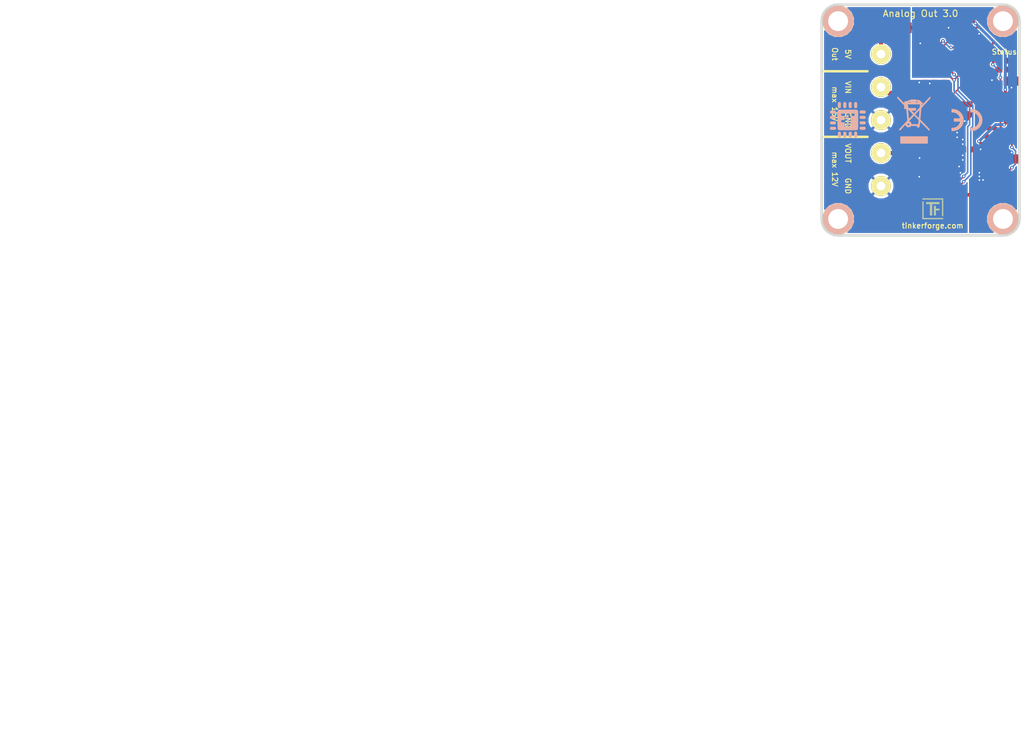
<source format=kicad_pcb>
(kicad_pcb (version 4) (host pcbnew 4.0.2+dfsg1-stable)
  (title_block (title "Analog Out Bricklet") (date 2018-03-01) (rev 3.0) (company "Tinkerforge GmbH") (comment 1 "Licensed under CERN OHL v.1.1") (comment 2 "Copyright (©) 2018, L.Lauer <lukas@tinkerforge.com>"))
  (layers (0 Vorderseite signal) (31 Rückseite signal) (34 B.Paste user) (35 F.Paste user) (36 B.SilkS user) (37 F.SilkS user) (38 B.Mask user) (39 F.Mask user) (44 Edge.Cuts user))
  (net 0 "")
  (net 1 +5V)
  (net 2 GND)
  (net 3 SCL)
  (net 4 SDA)
  (net 5 VCC)
  (net 6 AGND)
  (net 7 3V3)
  (net 8 "Net-(C4-Pad1)")
  (net 9 "Net-(R1-Pad2)")
  (net 10 "Net-(R3-Pad1)")
  (net 11 "Net-(R4-Pad2)")
  (net 12 "Net-(P2-Pad2)")
  (net 13 "Net-(F1-Pad2)")
  (net 14 "Net-(R5-Pad1)")
  (net 15 "Net-(R10-Pad2)")
  (net 16 "Net-(C5-Pad1)")
  (net 17 "Net-(D2-Pad2)")
  (net 18 "Net-(P1-Pad1)")
  (net 19 "Net-(P4-Pad2)")
  (net 20 VIN)
  (net 21 "Net-(R11-Pad1)")
  (net 22 "Net-(P3-Pad4)")
  (net 23 "Net-(P3-Pad5)")
  (net 24 "Net-(P3-Pad6)")
  (net 25 S-MISO)
  (net 26 S-MOSI)
  (net 27 S-CLK)
  (net 28 S-CS)
  (net 29 "Net-(U1-Pad2)")
  (net 30 "Net-(U1-Pad3)")
  (net 31 "Net-(U1-Pad5)")
  (net 32 "Net-(U1-Pad6)")
  (net 33 "Net-(U1-Pad8)")
  (net 34 "Net-(U1-Pad11)")
  (net 35 "Net-(U1-Pad12)")
  (net 36 "Net-(U1-Pad14)")
  (net 37 "Net-(U1-Pad16)")
  (net 38 "Net-(U1-Pad21)")
  (net 39 "Net-(U1-Pad18)")
  (net 40 "Net-(RP2-Pad6)")
  (net 41 "Net-(RP2-Pad7)")
  (net 42 "Net-(U1-Pad4)")
  (module kicad-libraries:QFN24-4x4mm-0.5mm (layer Vorderseite) (at 160.45 90.335 180)
    (fp_text reference U1)
    (fp_text value XMC1XXX24)
    (pad 1 smd oval (at -2.025 -1.25 180) (size 1 0.3) (layers Vorderseite F.Paste F.Mask) (net 25 S-MISO))
    (pad 2 smd oval (at -2.025 -0.75 180) (size 1 0.3) (layers Vorderseite F.Paste F.Mask) (net 29 "Net-(U1-Pad2)"))
    (pad 3 smd oval (at -2.025 -0.25 180) (size 1 0.3) (layers Vorderseite F.Paste F.Mask) (net 30 "Net-(U1-Pad3)"))
    (pad 4 smd oval (at -2.025 0.25 180) (size 1 0.3) (layers Vorderseite F.Paste F.Mask) (net 42 "Net-(U1-Pad4)"))
    (pad 5 smd oval (at -2.025 0.75 180) (size 1 0.3) (layers Vorderseite F.Paste F.Mask) (net 31 "Net-(U1-Pad5)"))
    (pad 6 smd oval (at -2.025 1.25 180) (size 1 0.3) (layers Vorderseite F.Paste F.Mask) (net 32 "Net-(U1-Pad6)"))
    (pad 7 smd oval (at -1.25 2.025 270) (size 1 0.3) (layers Vorderseite F.Paste F.Mask) (net 21 "Net-(R11-Pad1)"))
    (pad 8 smd oval (at -0.75 2.025 270) (size 1 0.3) (layers Vorderseite F.Paste F.Mask) (net 33 "Net-(U1-Pad8)"))
    (pad 9 smd oval (at -0.25 2.025 270) (size 1 0.3) (layers Vorderseite F.Paste F.Mask) (net 2 GND))
    (pad 10 smd oval (at 0.25 2.025 270) (size 1 0.3) (layers Vorderseite F.Paste F.Mask) (net 7 3V3))
    (pad 11 smd oval (at 0.75 2.025 270) (size 1 0.3) (layers Vorderseite F.Paste F.Mask) (net 34 "Net-(U1-Pad11)"))
    (pad 12 smd oval (at 1.25 2.025 270) (size 1 0.3) (layers Vorderseite F.Paste F.Mask) (net 35 "Net-(U1-Pad12)"))
    (pad 13 smd oval (at 2.025 1.25 180) (size 1 0.3) (layers Vorderseite F.Paste F.Mask) (net 19 "Net-(P4-Pad2)"))
    (pad 14 smd oval (at 2.025 0.75 180) (size 1 0.3) (layers Vorderseite F.Paste F.Mask) (net 36 "Net-(U1-Pad14)"))
    (pad 15 smd oval (at 2.025 0.25 180) (size 1 0.3) (layers Vorderseite F.Paste F.Mask) (net 18 "Net-(P1-Pad1)"))
    (pad 16 smd oval (at 2.025 -0.25 180) (size 1 0.3) (layers Vorderseite F.Paste F.Mask) (net 37 "Net-(U1-Pad16)"))
    (pad 17 smd oval (at 2.025 -0.75 180) (size 1 0.3) (layers Vorderseite F.Paste F.Mask) (net 4 SDA))
    (pad 18 smd oval (at 2.025 -1.25 180) (size 1 0.3) (layers Vorderseite F.Paste F.Mask) (net 39 "Net-(U1-Pad18)"))
    (pad 19 smd oval (at 1.25 -2.025 270) (size 1 0.3) (layers Vorderseite F.Paste F.Mask) (net 3 SCL))
    (pad 20 smd oval (at 0.75 -2.025 270) (size 1 0.3) (layers Vorderseite F.Paste F.Mask) (net 20 VIN))
    (pad 21 smd oval (at 0.25 -2.025 270) (size 1 0.3) (layers Vorderseite F.Paste F.Mask) (net 38 "Net-(U1-Pad21)"))
    (pad 22 smd oval (at -0.25 -2.025 270) (size 1 0.3) (layers Vorderseite F.Paste F.Mask) (net 28 S-CS))
    (pad 23 smd oval (at -0.75 -2.025 270) (size 1 0.3) (layers Vorderseite F.Paste F.Mask) (net 27 S-CLK))
    (pad 24 smd oval (at -1.25 -2.025 270) (size 1 0.3) (layers Vorderseite F.Paste F.Mask) (net 26 S-MOSI))
    (pad EXP smd rect (at 0.65 0.65 180) (size 1.3 1.3) (layers Vorderseite F.Paste F.Mask) (net 2 GND))
    (pad EXP smd rect (at 0.65 -0.65 180) (size 1.3 1.3) (layers Vorderseite F.Paste F.Mask) (net 2 GND))
    (pad EXP smd rect (at -0.65 0.65 180) (size 1.3 1.3) (layers Vorderseite F.Paste F.Mask) (net 2 GND))
    (pad EXP smd rect (at -0.65 -0.65 180) (size 1.3 1.3) (layers Vorderseite F.Paste F.Mask) (net 2 GND))
  )
  (module kicad-libraries:4X0402 (layer Vorderseite) (at 161.45 94.675)
    (fp_text reference RP1)
    (fp_text value 82)
    (pad 1 smd rect (at -0.7493 0.575 180) (size 0.29972 0.65) (layers Vorderseite F.Paste F.Mask) (net 22 "Net-(P3-Pad4)"))
    (pad 2 smd rect (at -0.24892 0.575 180) (size 0.29972 0.65) (layers Vorderseite F.Paste F.Mask) (net 23 "Net-(P3-Pad5)"))
    (pad 3 smd rect (at 0.24892 0.575 180) (size 0.29972 0.65) (layers Vorderseite F.Paste F.Mask) (net 24 "Net-(P3-Pad6)"))
    (pad 4 smd rect (at 0.7493 0.575 180) (size 0.29972 0.65) (layers Vorderseite F.Paste F.Mask) (net 16 "Net-(C5-Pad1)"))
    (pad 5 smd rect (at 0.7493 -0.575) (size 0.29972 0.65) (layers Vorderseite F.Paste F.Mask) (net 25 S-MISO))
    (pad 6 smd rect (at 0.24892 -0.575) (size 0.29972 0.65) (layers Vorderseite F.Paste F.Mask) (net 26 S-MOSI))
    (pad 7 smd rect (at -0.24892 -0.575) (size 0.29972 0.65) (layers Vorderseite F.Paste F.Mask) (net 27 S-CLK))
    (pad 8 smd rect (at -0.7493 -0.575) (size 0.29972 0.65) (layers Vorderseite F.Paste F.Mask) (net 28 S-CS))
  )
  (module kicad-libraries:R0603F (layer Vorderseite) (at 165.76 92.425)
    (fp_text reference R11)
    (fp_text value 1k)
    (pad 1 smd rect (at -0.75 0) (size 0.9 0.9) (layers Vorderseite F.Paste F.Mask) (net 21 "Net-(R11-Pad1)"))
    (pad 2 smd rect (at 0.75 0) (size 0.9 0.9) (layers Vorderseite F.Paste F.Mask) (net 17 "Net-(D2-Pad2)"))
  )
  (module kicad-libraries:CON-SENSOR2 (layer Vorderseite) (at 168.05 100.075 90)
    (fp_text reference P3)
    (fp_text value CON-SENSOR2)
    (pad 1 smd rect (at -3.75 -4.6 90) (size 0.6 1.8) (layers Vorderseite F.Paste F.Mask) (net 1 +5V))
    (pad 2 smd rect (at -2.5 -4.6 90) (size 0.6 1.8) (layers Vorderseite F.Paste F.Mask) (net 2 GND))
    (pad EP smd rect (at -5.9 -1.2 90) (size 1.4 2.4) (layers Vorderseite F.Paste F.Mask) (net 2 GND))
    (pad EP smd rect (at 5.9 -1.2 90) (size 1.4 2.4) (layers Vorderseite F.Paste F.Mask) (net 2 GND))
    (pad 3 smd rect (at -1.25 -4.6 90) (size 0.6 1.8) (layers Vorderseite F.Paste F.Mask) (net 7 3V3))
    (pad 4 smd rect (at 0 -4.6 90) (size 0.6 1.8) (layers Vorderseite F.Paste F.Mask) (net 22 "Net-(P3-Pad4)"))
    (pad 5 smd rect (at 1.25 -4.6 90) (size 0.6 1.8) (layers Vorderseite F.Paste F.Mask) (net 23 "Net-(P3-Pad5)"))
    (pad 6 smd rect (at 2.5 -4.6 90) (size 0.6 1.8) (layers Vorderseite F.Paste F.Mask) (net 24 "Net-(P3-Pad6)"))
    (pad 7 smd rect (at 3.75 -4.6 90) (size 0.6 1.8) (layers Vorderseite F.Paste F.Mask) (net 16 "Net-(C5-Pad1)"))
  )
  (module kicad-libraries:D0603F (layer Vorderseite) (at 165.75 91.075)
    (fp_text reference D2)
    (fp_text value blue)
    (pad 1 smd rect (at -0.75 0) (size 0.9 0.9) (layers Vorderseite F.Paste F.Mask) (net 7 3V3))
    (pad 2 smd rect (at 0.75 0) (size 0.9 0.9) (layers Vorderseite F.Paste F.Mask) (net 17 "Net-(D2-Pad2)"))
  )
  (module kicad-libraries:C0402E (layer Vorderseite) (at 163.15 94.675 90)
    (fp_text reference C5)
    (fp_text value 220pF)
    (pad 1 smd rect (at -0.65 0 90) (size 0.7 0.9) (layers Vorderseite F.Paste F.Mask) (net 16 "Net-(C5-Pad1)"))
    (pad 2 smd rect (at 0.65 0 90) (size 0.7 0.9) (layers Vorderseite F.Paste F.Mask) (net 2 GND))
  )
  (module kicad-libraries:R0603F (layer Vorderseite) (at 159.2 98.425 90)
    (fp_text reference R10)
    (fp_text value 68k)
    (pad 1 smd rect (at -0.75 0 90) (size 0.9 0.9) (layers Vorderseite F.Paste F.Mask) (net 5 VCC))
    (pad 2 smd rect (at 0.75 0 90) (size 0.9 0.9) (layers Vorderseite F.Paste F.Mask) (net 15 "Net-(R10-Pad2)"))
  )
  (module kicad-libraries:R0603F (layer Vorderseite) (at 155.9 94.425)
    (fp_text reference R9)
    (fp_text value 68k)
    (pad 1 smd rect (at -0.75 0) (size 0.9 0.9) (layers Vorderseite F.Paste F.Mask) (net 6 AGND))
    (pad 2 smd rect (at 0.75 0) (size 0.9 0.9) (layers Vorderseite F.Paste F.Mask) (net 14 "Net-(R5-Pad1)"))
  )
  (module kicad-libraries:R0603F (layer Vorderseite) (at 154.45 104.525)
    (fp_text reference R8)
    (fp_text value 12k)
    (pad 1 smd rect (at -0.75 0) (size 0.9 0.9) (layers Vorderseite F.Paste F.Mask) (net 12 "Net-(P2-Pad2)"))
    (pad 2 smd rect (at 0.75 0) (size 0.9 0.9) (layers Vorderseite F.Paste F.Mask) (net 10 "Net-(R3-Pad1)"))
  )
  (module kicad-libraries:R0603F (layer Vorderseite) (at 160.5 98.425 270)
    (fp_text reference R7)
    (fp_text value 12k)
    (pad 1 smd rect (at -0.75 0 270) (size 0.9 0.9) (layers Vorderseite F.Paste F.Mask) (net 15 "Net-(R10-Pad2)"))
    (pad 2 smd rect (at 0.75 0 270) (size 0.9 0.9) (layers Vorderseite F.Paste F.Mask) (net 6 AGND))
  )
  (module kicad-libraries:R0603F (layer Vorderseite) (at 157.35 104.525)
    (fp_text reference R6)
    (fp_text value 12k)
    (pad 1 smd rect (at -0.75 0) (size 0.9 0.9) (layers Vorderseite F.Paste F.Mask) (net 11 "Net-(R4-Pad2)"))
    (pad 2 smd rect (at 0.75 0) (size 0.9 0.9) (layers Vorderseite F.Paste F.Mask) (net 6 AGND))
  )
  (module kicad-libraries:R0603F (layer Vorderseite) (at 155.9 95.725 180)
    (fp_text reference R5)
    (fp_text value 12k)
    (pad 1 smd rect (at -0.75 0 180) (size 0.9 0.9) (layers Vorderseite F.Paste F.Mask) (net 14 "Net-(R5-Pad1)"))
    (pad 2 smd rect (at 0.75 0 180) (size 0.9 0.9) (layers Vorderseite F.Paste F.Mask) (net 20 VIN))
  )
  (module kicad-libraries:R0603F (layer Vorderseite) (at 157.35 105.825 180)
    (fp_text reference R4)
    (fp_text value 3k3)
    (pad 1 smd rect (at -0.75 0 180) (size 0.9 0.9) (layers Vorderseite F.Paste F.Mask) (net 8 "Net-(C4-Pad1)"))
    (pad 2 smd rect (at 0.75 0 180) (size 0.9 0.9) (layers Vorderseite F.Paste F.Mask) (net 11 "Net-(R4-Pad2)"))
  )
  (module kicad-libraries:R0603F (layer Vorderseite) (at 154.45 105.825 180)
    (fp_text reference R3)
    (fp_text value 3k3)
    (pad 1 smd rect (at -0.75 0 180) (size 0.9 0.9) (layers Vorderseite F.Paste F.Mask) (net 10 "Net-(R3-Pad1)"))
    (pad 2 smd rect (at 0.75 0 180) (size 0.9 0.9) (layers Vorderseite F.Paste F.Mask) (net 6 AGND))
  )
  (module kicad-libraries:R0603F (layer Vorderseite) (at 160.25 104.525 180)
    (fp_text reference R2)
    (fp_text value 0)
    (pad 1 smd rect (at -0.75 0 180) (size 0.9 0.9) (layers Vorderseite F.Paste F.Mask) (net 2 GND))
    (pad 2 smd rect (at 0.75 0 180) (size 0.9 0.9) (layers Vorderseite F.Paste F.Mask) (net 6 AGND))
  )
  (module kicad-libraries:R0603F (layer Vorderseite) (at 154.45 107.125 180)
    (fp_text reference R1)
    (fp_text value 68.1)
    (pad 1 smd rect (at -0.75 0 180) (size 0.9 0.9) (layers Vorderseite F.Paste F.Mask) (net 8 "Net-(C4-Pad1)"))
    (pad 2 smd rect (at 0.75 0 180) (size 0.9 0.9) (layers Vorderseite F.Paste F.Mask) (net 9 "Net-(R1-Pad2)"))
  )
  (module kicad-libraries:SolderJumper (layer Vorderseite) (at 154.01 88.445)
    (fp_text reference P4)
    (fp_text value BOOT)
    (pad 2 smd rect (at 0.55 0) (size 0.3 1.4) (layers Vorderseite F.Mask) (net 19 "Net-(P4-Pad2)"))
    (pad 2 smd rect (at 0.15 0) (size 0.6 0.5) (layers Vorderseite F.Mask) (net 19 "Net-(P4-Pad2)"))
    (pad 1 smd rect (at -0.5 0) (size 0.4 1.4) (layers Vorderseite F.Mask) (net 2 GND))
    (pad 1 smd rect (at -0.225 0.55) (size 0.95 0.3) (layers Vorderseite F.Mask) (net 2 GND))
    (pad 1 smd rect (at -0.225 -0.55) (size 0.95 0.3) (layers Vorderseite F.Mask) (net 2 GND))
  )
  (module kicad-libraries:DEBUG_PAD (layer Vorderseite) (at 156.93 89.645)
    (fp_text reference P1)
    (fp_text value DEBUG)
    (pad 1 smd circle (at 0 0) (size 0.7 0.7) (layers Vorderseite F.Paste F.Mask) (net 18 "Net-(P1-Pad1)"))
  )
  (module kicad-libraries:C0603F (layer Vorderseite) (at 160.45 86.995 180)
    (fp_text reference C7)
    (fp_text value 100nF)
    (pad 1 smd rect (at -0.75 0 180) (size 0.9 0.9) (layers Vorderseite F.Paste F.Mask) (net 2 GND))
    (pad 2 smd rect (at 0.75 0 180) (size 0.9 0.9) (layers Vorderseite F.Paste F.Mask) (net 7 3V3))
  )
  (module kicad-libraries:C0603F (layer Vorderseite) (at 163.45 108.475 180)
    (fp_text reference C6)
    (fp_text value 1uF)
    (pad 1 smd rect (at -0.75 0 180) (size 0.9 0.9) (layers Vorderseite F.Paste F.Mask) (net 7 3V3))
    (pad 2 smd rect (at 0.75 0 180) (size 0.9 0.9) (layers Vorderseite F.Paste F.Mask) (net 2 GND))
  )
  (module kicad-libraries:C0603F (layer Vorderseite) (at 157.35 107.125)
    (fp_text reference C4)
    (fp_text value 180pF)
    (pad 1 smd rect (at -0.75 0) (size 0.9 0.9) (layers Vorderseite F.Paste F.Mask) (net 8 "Net-(C4-Pad1)"))
    (pad 2 smd rect (at 0.75 0) (size 0.9 0.9) (layers Vorderseite F.Paste F.Mask) (net 6 AGND))
  )
  (module kicad-libraries:C0805 (layer Vorderseite) (at 163.45 106.975 180)
    (fp_text reference C3)
    (fp_text value 10uF)
    (pad 1 smd rect (at -1.00076 0 180) (size 1.00076 1.24968) (layers Vorderseite F.Paste F.Mask) (net 7 3V3) (clearance 0.14986))
    (pad 2 smd rect (at 1.00076 0 180) (size 1.00076 1.24968) (layers Vorderseite F.Paste F.Mask) (net 2 GND) (clearance 0.14986))
  )
  (module kicad-libraries:C0603F (layer Vorderseite) (at 153.65 109.425 90)
    (fp_text reference C2)
    (fp_text value 100nF)
    (pad 1 smd rect (at -0.75 0 90) (size 0.9 0.9) (layers Vorderseite F.Paste F.Mask) (net 7 3V3))
    (pad 2 smd rect (at 0.75 0 90) (size 0.9 0.9) (layers Vorderseite F.Paste F.Mask) (net 6 AGND))
  )
  (module kicad-libraries:C0603F (layer Vorderseite) (at 153.8 95.175 90)
    (fp_text reference C1)
    (fp_text value 100nF)
    (pad 1 smd rect (at -0.75 0 90) (size 0.9 0.9) (layers Vorderseite F.Paste F.Mask) (net 5 VCC))
    (pad 2 smd rect (at 0.75 0 90) (size 0.9 0.9) (layers Vorderseite F.Paste F.Mask) (net 6 AGND))
  )
  (module kicad-libraries:AKL_5_5 (layer Vorderseite) (at 147.05 100.075 90)
    (fp_text reference P2)
    (fp_text value CONN_5)
    (pad 2 thru_hole circle (at -5 0 90) (size 2.99974 2.99974) (drill 1.30048) (layers *.Cu *.Mask F.SilkS) (net 12 "Net-(P2-Pad2)"))
    (pad 3 thru_hole circle (at 0 0 90) (size 2.99974 2.99974) (drill 1.30048) (layers *.Cu *.Mask F.SilkS) (net 6 AGND))
    (pad 4 thru_hole circle (at 5 0 90) (size 2.99974 2.99974) (drill 1.30048) (layers *.Cu *.Mask F.SilkS) (net 5 VCC))
    (pad 5 thru_hole circle (at 10 0 90) (size 2.99974 2.99974) (drill 1.30048) (layers *.Cu *.Mask F.SilkS) (net 13 "Net-(F1-Pad2)"))
    (pad 1 thru_hole circle (at -10 0 90) (size 2.99974 2.99974) (drill 1.30048) (layers *.Cu *.Mask F.SilkS) (net 6 AGND))
  )
  (module kicad-libraries:DRILL_NP (layer Vorderseite) (at 165.55 85.075)
    (fp_text reference U7 hide)
    (fp_text value DRILL hide)
    (pad "" np_thru_hole circle (at 0 0) (size 2.99974 2.99974) (drill 2.99974) (layers *.Cu *.Mask F.SilkS) (clearance 0.89916))
  )
  (module kicad-libraries:DRILL_NP (layer Vorderseite) (at 140.55 85.075)
    (fp_text reference U6 hide)
    (fp_text value DRILL hide)
    (pad "" np_thru_hole circle (at 0 0) (size 2.99974 2.99974) (drill 2.99974) (layers *.Cu *.Mask F.SilkS) (clearance 0.89916))
  )
  (module kicad-libraries:DRILL_NP (layer Vorderseite) (at 140.55 115.075)
    (fp_text reference U5 hide)
    (fp_text value DRILL hide)
    (pad "" np_thru_hole circle (at 0 0) (size 2.99974 2.99974) (drill 2.99974) (layers *.Cu *.Mask F.SilkS) (clearance 0.89916))
  )
  (module kicad-libraries:DRILL_NP (layer Vorderseite) (at 165.55 115.075)
    (fp_text reference U4 hide)
    (fp_text value DRILL hide)
    (pad "" np_thru_hole circle (at 0 0) (size 2.99974 2.99974) (drill 2.99974) (layers *.Cu *.Mask F.SilkS) (clearance 0.89916))
  )
  (module kicad-libraries:SOIC8 (layer Vorderseite) (at 155.9 100.125)
    (fp_text reference U3)
    (fp_text value TLV272IS)
    (pad 1 smd rect (at -1.90246 2.69748 180) (size 0.59944 1.5494) (layers Vorderseite F.Paste F.Mask) (net 12 "Net-(P2-Pad2)"))
    (pad 2 smd rect (at -0.63246 2.69748 180) (size 0.59944 1.5494) (layers Vorderseite F.Paste F.Mask) (net 10 "Net-(R3-Pad1)"))
    (pad 3 smd rect (at 0.63246 2.69748 180) (size 0.59944 1.5494) (layers Vorderseite F.Paste F.Mask) (net 11 "Net-(R4-Pad2)"))
    (pad 4 smd rect (at 1.90246 2.69748 180) (size 0.59944 1.5494) (layers Vorderseite F.Paste F.Mask) (net 6 AGND))
    (pad 5 smd rect (at 1.90246 -2.69748) (size 0.59944 1.5494) (layers Vorderseite F.Paste F.Mask) (net 15 "Net-(R10-Pad2)"))
    (pad 6 smd rect (at 0.63246 -2.69748) (size 0.59944 1.5494) (layers Vorderseite F.Paste F.Mask) (net 14 "Net-(R5-Pad1)"))
    (pad 7 smd rect (at -0.63246 -2.69748) (size 0.59944 1.5494) (layers Vorderseite F.Paste F.Mask) (net 20 VIN))
    (pad 8 smd rect (at -1.90246 -2.69748) (size 0.59944 1.5494) (layers Vorderseite F.Paste F.Mask) (net 5 VCC))
  )
  (module kicad-libraries:SOT23-6 (layer Vorderseite) (at 156.9 109.425 270)
    (fp_text reference U2)
    (fp_text value MCP4725A0)
    (pad 1 smd rect (at -0.94996 1.19888 270) (size 0.50038 0.8001) (layers Vorderseite F.Paste F.Mask) (net 9 "Net-(R1-Pad2)") (clearance 0.14986))
    (pad 2 smd rect (at 0 1.19888 270) (size 0.50038 0.8001) (layers Vorderseite F.Paste F.Mask) (net 6 AGND) (clearance 0.14986))
    (pad 3 smd rect (at 0.94996 1.19888 270) (size 0.50038 0.8001) (layers Vorderseite F.Paste F.Mask) (net 7 3V3) (clearance 0.14986))
    (pad 6 smd rect (at -0.94996 -1.19888 270) (size 0.50038 0.8001) (layers Vorderseite F.Paste F.Mask) (net 6 AGND) (clearance 0.14986))
    (pad 4 smd rect (at 0.94996 -1.19888 270) (size 0.50038 0.8001) (layers Vorderseite F.Paste F.Mask) (net 4 SDA) (clearance 0.14986))
    (pad 5 smd rect (at 0 -1.19888 270) (size 0.50038 0.8001) (layers Vorderseite F.Paste F.Mask) (net 3 SCL) (clearance 0.14986))
  )
  (module kicad-libraries:MiniMelf (layer Vorderseite) (at 154.65 86.075)
    (fp_text reference D1)
    (fp_text value 5V)
    (pad 2 smd rect (at -1.69926 0) (size 1.19888 1.6002) (layers Vorderseite F.Paste F.Mask) (net 1 +5V))
    (pad 1 smd rect (at 1.69926 0) (size 1.19888 1.6002) (layers Vorderseite F.Paste F.Mask) (net 2 GND))
  )
  (module kicad-libraries:CE_5mm (layer Rückseite) (at 160.05 100.075 180)
    (fp_text reference VAL hide)
    (fp_text value CE_5mm hide)
  )
  (module kicad-libraries:WEEE_7mm (layer Rückseite) (at 152.05 100.075 180)
    (fp_text reference VAL hide)
    (fp_text value WEEE_7mm hide)
  )
  (module kicad-libraries:Fiducial_Mark (layer Vorderseite) (at 144.05 86.575)
    (fp_text reference Fiducial_Mark hide)
    (fp_text value VAL** hide)
    (pad 1 smd circle (at 0 0) (size 1.00076 1.00076) (layers Vorderseite F.Paste F.Mask) (clearance 0.65024))
  )
  (module kicad-libraries:Fiducial_Mark (layer Vorderseite) (at 161.05 113.575)
    (fp_text reference Fiducial_Mark hide)
    (fp_text value VAL** hide)
    (pad 1 smd circle (at 0 0) (size 1.00076 1.00076) (layers Vorderseite F.Paste F.Mask) (clearance 0.65024))
  )
  (module kicad-libraries:Logo_31x31 (layer Vorderseite) (at 153.325 111.95)
    (fp_text reference Ref** hide)
    (fp_text value Val** hide)
  )
  (module kicad-libraries:F1206 (layer Vorderseite) (at 149.7 86.075 180)
    (fp_text reference F1)
    (fp_text value OZCJ0035FF2G)
    (pad 1 smd rect (at -1.50114 0 180) (size 1.00076 1.6002) (layers Vorderseite F.Paste F.Mask) (net 1 +5V))
    (pad 2 smd rect (at 1.50114 0 180) (size 1.00076 1.6002) (layers Vorderseite F.Paste F.Mask) (net 13 "Net-(F1-Pad2)"))
  )
  (module kicad-libraries:4X0603 (layer Vorderseite) (at 155.19 91.805)
    (fp_text reference RP2)
    (fp_text value 4k7)
    (pad 1 smd rect (at -1.19888 -0.8509) (size 0.44958 0.89916) (layers Vorderseite F.Paste F.Mask) (net 7 3V3))
    (pad 2 smd rect (at -0.39878 -0.8509) (size 0.44958 0.89916) (layers Vorderseite F.Paste F.Mask) (net 7 3V3))
    (pad 3 smd rect (at 0.39878 -0.8509) (size 0.44958 0.89916) (layers Vorderseite F.Paste F.Mask) (net 7 3V3))
    (pad 4 smd rect (at 1.19888 -0.8509) (size 0.44958 0.89916) (layers Vorderseite F.Paste F.Mask) (net 7 3V3))
    (pad 5 smd rect (at 1.19888 0.8509) (size 0.44958 0.89916) (layers Vorderseite F.Paste F.Mask) (net 3 SCL))
    (pad 6 smd rect (at 0.39878 0.8509) (size 0.44958 0.89916) (layers Vorderseite F.Paste F.Mask) (net 40 "Net-(RP2-Pad6)"))
    (pad 7 smd rect (at -0.39878 0.8509) (size 0.44958 0.89916) (layers Vorderseite F.Paste F.Mask) (net 41 "Net-(RP2-Pad7)"))
    (pad 8 smd rect (at -1.19888 0.8509) (size 0.44958 0.89916) (layers Vorderseite F.Paste F.Mask) (net 4 SDA))
  )
  (module kicad-libraries:Logo_CoMCU (layer Rückseite) (at 142.02 100.055 180)
    (fp_text reference G*** hide)
    (fp_text value LOGO hide)
  )
  (module kicad-libraries:Fiducial_Mark (layer Vorderseite) (at 146.05 114.575)
    (fp_text reference Fiducial_Mark hide)
    (fp_text value VAL** hide)
    (pad 1 smd circle (at 0 0) (size 1.00076 1.00076) (layers Vorderseite F.Paste F.Mask) (clearance 0.65024))
  )
  (gr_text Status (at 165.75 89.735) (layer F.SilkS) (effects (font (size 0.8 0.8))))
  (gr_text Out (at 140.05 90.075 270) (layer F.SilkS) (effects (font (size 0.8 0.8) (thickness 0.14986))))
  (gr_line (start 145 92.675) (end 138.05 92.675) (angle 90) (layer F.SilkS) (width 0.381))
  (gr_line (start 143.3 102.625) (end 145 102.625) (angle 90) (layer F.SilkS) (width 0.381))
  (gr_line (start 143.35 102.625) (end 138.05 102.625) (angle 90) (layer F.SilkS) (width 0.381))
  (gr_line (start 168.05 85.075) (end 168.05 115.075) (angle 90) (layer Edge.Cuts) (width 0.381))
  (gr_line (start 138.05 115.075) (end 138.05 85.075) (angle 90) (layer Edge.Cuts) (width 0.381))
  (gr_line (start 140.55 82.575) (end 165.55 82.575) (angle 90) (layer Edge.Cuts) (width 0.381))
  (gr_line (start 165.55 117.575) (end 140.55 117.575) (angle 90) (layer Edge.Cuts) (width 0.381))
  (gr_text "max 12V" (at 140.05 107.525 270) (layer F.SilkS) (effects (font (size 0.8 0.8) (thickness 0.14986))))
  (gr_text GND (at 142.05 100.075 270) (layer F.SilkS) (effects (font (size 0.8 0.8) (thickness 0.14986))))
  (gr_text 5V (at 142.05 90.075 270) (layer F.SilkS) (effects (font (size 0.8001 0.8001) (thickness 0.14986))))
  (gr_text VIN (at 142.05 95.125 270) (layer F.SilkS) (effects (font (size 0.8 0.8) (thickness 0.14986))))
  (gr_text GND (at 142.05 110.075 270) (layer F.SilkS) (effects (font (size 0.8 0.8) (thickness 0.14986))))
  (gr_text VOUT (at 142.05 105.125 270) (layer F.SilkS) (effects (font (size 0.8 0.8) (thickness 0.14986))))
  (gr_arc (start 165.55086 85.07412) (end 165.55086 82.57476) (angle 90) (layer Edge.Cuts) (width 0.381))
  (gr_arc (start 140.5509 85.07412) (end 138.049 85.07412) (angle 90) (layer Edge.Cuts) (width 0.381))
  (gr_arc (start 140.5509 115.07534) (end 140.5509 117.5747) (angle 90) (layer Edge.Cuts) (width 0.381))
  (gr_arc (start 165.55086 115.07534) (end 168.05022 115.07534) (angle 90) (layer Edge.Cuts) (width 0.381))
  (gr_text tinkerforge.com (at 154.875 116.1) (layer F.SilkS) (effects (font (size 0.8001 0.8001) (thickness 0.14986))))
  (gr_text "max 15V" (at 140.05 97.625 270) (layer F.SilkS) (effects (font (size 0.8 0.8) (thickness 0.14986))))
  (gr_text "Analog Out 3.0" (at 153.05 83.925) (layer F.SilkS) (effects (font (size 1 1))))
  (segment (start 163.45 103.825) (end 162.43 103.825) (width 0.45) (layer Vorderseite) (net 1))
  (segment (start 153.46 84.825) (end 160.79 84.825) (width 0.45) (layer Vorderseite) (net 1))
  (segment (start 160.79 84.825) (end 161.38 85.415) (width 0.45) (layer Vorderseite) (net 1))
  (via (at 161.38 85.415) (size 0.55) (drill 0.25) (layers Vorderseite Rückseite) (net 1))
  (segment (start 161.38 85.415) (end 165.91 89.945) (width 0.45) (layer Rückseite) (net 1))
  (segment (start 165.91 89.945) (end 165.91 95.465) (width 0.45) (layer Rückseite) (net 1))
  (via (at 165.91 95.465) (size 0.55) (drill 0.25) (layers Vorderseite Rückseite) (net 1))
  (segment (start 153.46 84.825) (end 152.95074 85.33426) (width 0.45) (layer Vorderseite) (net 1))
  (segment (start 165.91 100.585) (end 165.91 95.465) (width 0.45) (layer Vorderseite) (net 1))
  (segment (start 165.72 100.775) (end 165.91 100.585) (width 0.45) (layer Vorderseite) (net 1))
  (via (at 165.72 100.775) (size 0.55) (drill 0.25) (layers Vorderseite Rückseite) (net 1))
  (segment (start 164.44 100.775) (end 165.72 100.775) (width 0.45) (layer Rückseite) (net 1))
  (segment (start 161.91 103.305) (end 164.44 100.775) (width 0.45) (layer Rückseite) (net 1))
  (via (at 161.91 103.305) (size 0.55) (drill 0.25) (layers Vorderseite Rückseite) (net 1))
  (segment (start 162.43 103.825) (end 161.91 103.305) (width 0.45) (layer Vorderseite) (net 1))
  (segment (start 152.95074 86.075) (end 152.95074 85.33426) (width 0.45) (layer Vorderseite) (net 1))
  (segment (start 152.95074 86.075) (end 151.20114 86.075) (width 0.59944) (layer Vorderseite) (net 1))
  (segment (start 153.51 88.445) (end 153.01 88.445) (width 0.25) (layer Vorderseite) (net 2))
  (via (at 153.01 88.445) (size 0.55) (drill 0.25) (layers Vorderseite Rückseite) (net 2))
  (segment (start 153.51 88.445) (end 153.51 88.005) (width 0.25) (layer Vorderseite) (net 2))
  (segment (start 153.51 88.005) (end 153.63 87.885) (width 0.25) (layer Vorderseite) (net 2))
  (segment (start 153.63 87.885) (end 153.94 87.885) (width 0.25) (layer Vorderseite) (net 2))
  (segment (start 153.94 87.885) (end 153.785 87.895) (width 0.25) (layer Vorderseite) (net 2))
  (segment (start 153.785 88.995) (end 153.61 88.995) (width 0.25) (layer Vorderseite) (net 2))
  (segment (start 153.61 88.995) (end 153.51 88.895) (width 0.25) (layer Vorderseite) (net 2))
  (segment (start 153.51 88.895) (end 153.51 88.465) (width 0.25) (layer Vorderseite) (net 2))
  (segment (start 153.51 88.465) (end 153.51 88.445) (width 0.25) (layer Vorderseite) (net 2))
  (segment (start 161 104.525) (end 162.15 104.525) (width 0.7) (layer Vorderseite) (net 2))
  (via (at 162.15 104.525) (size 0.70104) (drill 0.24892) (layers Vorderseite Rückseite) (net 2))
  (segment (start 160.7 88.31) (end 160.7 89.285) (width 0.25) (layer Vorderseite) (net 2))
  (segment (start 160.7 89.285) (end 161.1 89.685) (width 0.25) (layer Vorderseite) (net 2))
  (segment (start 161.1 89.685) (end 159.8 89.685) (width 0.25) (layer Vorderseite) (net 2))
  (segment (start 161.1 89.685) (end 161.1 90.985) (width 0.25) (layer Vorderseite) (net 2))
  (segment (start 159.8 89.685) (end 159.8 90.985) (width 0.25) (layer Vorderseite) (net 2))
  (segment (start 159.8 90.985) (end 161.1 90.985) (width 0.25) (layer Vorderseite) (net 2))
  (segment (start 161.2 86.995) (end 161.93 86.995) (width 0.55) (layer Vorderseite) (net 2))
  (via (at 161.93 86.995) (size 0.55) (drill 0.25) (layers Vorderseite Rückseite) (net 2))
  (segment (start 160.7 88.31) (end 160.7 87.795) (width 0.25) (layer Vorderseite) (net 2))
  (segment (start 160.7 87.795) (end 161.2 87.295) (width 0.25) (layer Vorderseite) (net 2))
  (segment (start 161.2 87.295) (end 161.2 86.995) (width 0.25) (layer Vorderseite) (net 2))
  (segment (start 163.15 94.025) (end 163.88 94.025) (width 0.55) (layer Vorderseite) (net 2))
  (via (at 163.88 94.025) (size 0.55) (drill 0.25) (layers Vorderseite Rückseite) (net 2))
  (segment (start 166.85 105.975) (end 166.85 104.995) (width 0.55) (layer Vorderseite) (net 2))
  (via (at 166.85 104.995) (size 0.55) (drill 0.25) (layers Vorderseite Rückseite) (net 2))
  (segment (start 166.85 94.175) (end 166.85 95.155) (width 0.55) (layer Vorderseite) (net 2))
  (via (at 166.85 95.155) (size 0.55) (drill 0.25) (layers Vorderseite Rückseite) (net 2))
  (segment (start 162.52 109.175) (end 162.53 109.165) (width 0.55) (layer Vorderseite) (net 2))
  (segment (start 161.97 109.175) (end 162.52 109.175) (width 0.55) (layer Vorderseite) (net 2))
  (segment (start 161.97 108.625) (end 161.97 109.175) (width 0.55) (layer Vorderseite) (net 2))
  (segment (start 161.97 108.065) (end 161.97 108.625) (width 0.55) (layer Vorderseite) (net 2))
  (via (at 162.53 109.165) (size 0.55) (drill 0.25) (layers Vorderseite Rückseite) (net 2))
  (segment (start 162.7 108.995) (end 162.53 109.165) (width 0.55) (layer Vorderseite) (net 2))
  (segment (start 162.7 108.995) (end 162.7 108.475) (width 0.55) (layer Vorderseite) (net 2))
  (via (at 161.97 109.175) (size 0.55) (drill 0.25) (layers Vorderseite Rückseite) (net 2))
  (segment (start 161.97 109.175) (end 162.67 108.475) (width 0.55) (layer Vorderseite) (net 2))
  (via (at 161.97 108.625) (size 0.55) (drill 0.25) (layers Vorderseite Rückseite) (net 2))
  (segment (start 162.12 108.475) (end 162.7 108.475) (width 0.55) (layer Vorderseite) (net 2))
  (segment (start 162.12 108.475) (end 161.97 108.625) (width 0.55) (layer Vorderseite) (net 2))
  (segment (start 163.45 102.575) (end 164.75 102.575) (width 0.55) (layer Vorderseite) (net 2))
  (segment (start 162.44924 105.77576) (end 162.44924 106.975) (width 0.55) (layer Vorderseite) (net 2))
  (segment (start 163.15 105.075) (end 162.44924 105.77576) (width 0.55) (layer Vorderseite) (net 2))
  (segment (start 164.25 105.075) (end 163.15 105.075) (width 0.55) (layer Vorderseite) (net 2))
  (segment (start 164.85 104.475) (end 164.25 105.075) (width 0.55) (layer Vorderseite) (net 2))
  (segment (start 164.85 102.675) (end 164.85 104.475) (width 0.55) (layer Vorderseite) (net 2))
  (segment (start 164.75 102.575) (end 164.85 102.675) (width 0.55) (layer Vorderseite) (net 2))
  (via (at 157.3 86.075) (size 0.70104) (layers Vorderseite Rückseite) (net 2))
  (segment (start 156.34926 86.075) (end 157.3 86.075) (width 0.7) (layer Vorderseite) (net 2))
  (via (at 161.97 108.065) (size 0.55) (drill 0.25) (layers Vorderseite Rückseite) (net 2))
  (segment (start 162.38 108.475) (end 161.97 108.065) (width 0.55) (layer Vorderseite) (net 2))
  (segment (start 162.44924 106.975) (end 162.44924 107.57424) (width 0.55) (layer Vorderseite) (net 2))
  (segment (start 162.44924 107.57424) (end 162.7 107.825) (width 0.55) (layer Vorderseite) (net 2))
  (segment (start 162.7 108.475) (end 162.67 108.475) (width 0.55) (layer Vorderseite) (net 2))
  (segment (start 162.7 107.825) (end 162.7 108.475) (width 0.55) (layer Vorderseite) (net 2))
  (segment (start 158.14 93.985) (end 158.03 93.985) (width 0.25) (layer Vorderseite) (net 3))
  (segment (start 156.38888 93.29388) (end 156.38888 92.6559) (width 0.25) (layer Vorderseite) (net 3))
  (segment (start 156.58 93.485) (end 156.38888 93.29388) (width 0.25) (layer Vorderseite) (net 3))
  (segment (start 157.53 93.485) (end 156.58 93.485) (width 0.25) (layer Vorderseite) (net 3))
  (segment (start 158.03 93.985) (end 157.53 93.485) (width 0.25) (layer Vorderseite) (net 3))
  (segment (start 158.09888 109.425) (end 158.78 109.425) (width 0.25) (layer Vorderseite) (net 3))
  (segment (start 159.2 92.925) (end 159.2 92.36) (width 0.25) (layer Vorderseite) (net 3))
  (segment (start 158.14 93.985) (end 159.2 92.925) (width 0.25) (layer Vorderseite) (net 3))
  (via (at 158.14 93.985) (size 0.55) (drill 0.25) (layers Vorderseite Rückseite) (net 3))
  (segment (start 158.14 95.655) (end 158.14 93.985) (width 0.25) (layer Rückseite) (net 3))
  (segment (start 160.49 98.005) (end 158.14 95.655) (width 0.25) (layer Rückseite) (net 3))
  (segment (start 160.49 100.785) (end 160.49 98.005) (width 0.25) (layer Rückseite) (net 3))
  (segment (start 160.19 101.085) (end 160.49 100.785) (width 0.25) (layer Rückseite) (net 3))
  (segment (start 160.19 108.015) (end 160.19 101.085) (width 0.25) (layer Rückseite) (net 3))
  (segment (start 159.59 108.615) (end 160.19 108.015) (width 0.25) (layer Rückseite) (net 3))
  (via (at 159.59 108.615) (size 0.55) (drill 0.25) (layers Vorderseite Rückseite) (net 3))
  (segment (start 158.78 109.425) (end 159.59 108.615) (width 0.25) (layer Vorderseite) (net 3))
  (segment (start 158.09888 109.425) (end 158.48 109.425) (width 0.2) (layer Vorderseite) (net 3))
  (segment (start 157.52 91.775) (end 154.27 91.775) (width 0.25) (layer Vorderseite) (net 4))
  (segment (start 153.97 92.075) (end 153.97 92.655) (width 0.25) (layer Vorderseite) (net 4))
  (segment (start 154.27 91.775) (end 153.97 92.075) (width 0.25) (layer Vorderseite) (net 4))
  (segment (start 153.97 92.655) (end 153.99112 92.6559) (width 0.25) (layer Vorderseite) (net 4))
  (segment (start 158.425 91.085) (end 157.68 91.085) (width 0.25) (layer Vorderseite) (net 4))
  (segment (start 157.52 92.515) (end 157.52 92.545) (width 0.25) (layer Vorderseite) (net 4))
  (segment (start 157.52 91.245) (end 157.52 91.775) (width 0.25) (layer Vorderseite) (net 4))
  (segment (start 157.52 91.775) (end 157.52 92.515) (width 0.25) (layer Vorderseite) (net 4))
  (segment (start 157.68 91.085) (end 157.52 91.245) (width 0.25) (layer Vorderseite) (net 4))
  (segment (start 158.09888 110.37496) (end 158.64004 110.37496) (width 0.25) (layer Vorderseite) (net 4))
  (segment (start 158.14 93.165) (end 157.52 92.545) (width 0.25) (layer Vorderseite) (net 4))
  (via (at 158.14 93.165) (size 0.55) (drill 0.25) (layers Vorderseite Rückseite) (net 4))
  (segment (start 158.73 93.755) (end 158.14 93.165) (width 0.25) (layer Rückseite) (net 4))
  (segment (start 158.73 95.615) (end 158.73 93.755) (width 0.25) (layer Rückseite) (net 4))
  (segment (start 160.97 97.855) (end 158.73 95.615) (width 0.25) (layer Rückseite) (net 4))
  (segment (start 160.97 101.025) (end 160.97 97.855) (width 0.25) (layer Rückseite) (net 4))
  (segment (start 160.67 101.325) (end 160.97 101.025) (width 0.25) (layer Rückseite) (net 4))
  (segment (start 160.67 108.345) (end 160.67 101.325) (width 0.25) (layer Rückseite) (net 4))
  (segment (start 159.59 109.425) (end 160.67 108.345) (width 0.25) (layer Rückseite) (net 4))
  (via (at 159.59 109.425) (size 0.55) (drill 0.25) (layers Vorderseite Rückseite) (net 4))
  (segment (start 158.64004 110.37496) (end 159.59 109.425) (width 0.25) (layer Vorderseite) (net 4))
  (segment (start 153.99754 96.17264) (end 153.8 95.9751) (width 0.59944) (layer Vorderseite) (net 5))
  (segment (start 153.99754 97.42752) (end 153.99754 96.17264) (width 0.59944) (layer Vorderseite) (net 5))
  (segment (start 147.9501 95.9751) (end 147.05 95.075) (width 0.59944) (layer Vorderseite) (net 5))
  (segment (start 153.8 95.9751) (end 147.9501 95.9751) (width 0.59944) (layer Vorderseite) (net 5))
  (segment (start 154.8501 99.2251) (end 153.99754 98.37254) (width 0.59944) (layer Vorderseite) (net 5))
  (segment (start 153.99754 98.37254) (end 153.99754 97.42752) (width 0.59944) (layer Vorderseite) (net 5))
  (segment (start 159.2 99.2251) (end 154.8501 99.2251) (width 0.59944) (layer Vorderseite) (net 5))
  (segment (start 158.1 107.125) (end 158.9 107.125) (width 0.7) (layer Vorderseite) (net 6))
  (via (at 158.9 107.125) (size 0.70104) (drill 0.24892) (layers Vorderseite Rückseite) (net 6))
  (segment (start 159.45 106.125) (end 159.45 105.425) (width 0.7) (layer Vorderseite) (net 6))
  (segment (start 159.45 105.425) (end 159.45 106.125) (width 0.7) (layer Vorderseite) (net 6))
  (via (at 159.45 106.125) (size 0.70104) (layers Vorderseite Rückseite) (net 6))
  (segment (start 159.45 105.425) (end 159.4499 105.4249) (width 0.7) (layer Vorderseite) (net 6))
  (via (at 159.4499 105.4249) (size 0.70104) (drill 0.24892) (layers Vorderseite Rückseite) (net 6))
  (segment (start 159.4499 105.4249) (end 159.45 105.425) (width 0.7) (layer Rückseite) (net 6))
  (segment (start 153.65 108.675) (end 152.85 108.675) (width 0.7) (layer Vorderseite) (net 6))
  (via (at 152.85 108.675) (size 0.70104) (drill 0.24892) (layers Vorderseite Rückseite) (net 6))
  (segment (start 153.7 105.825) (end 152.9 105.825) (width 0.7) (layer Vorderseite) (net 6))
  (via (at 152.9 105.825) (size 0.70104) (drill 0.24892) (layers Vorderseite Rückseite) (net 6))
  (segment (start 159.5 104.525) (end 159.5 103.7752) (width 0.7) (layer Vorderseite) (net 6))
  (segment (start 159.5 103.7752) (end 159.4499 103.7251) (width 0.7) (layer Vorderseite) (net 6))
  (via (at 159.4499 103.7251) (size 0.70104) (drill 0.24892) (layers Vorderseite Rückseite) (net 6))
  (segment (start 159.4499 103.7251) (end 159.45 103.725) (width 0.7) (layer Rückseite) (net 6))
  (segment (start 158.6 101.975) (end 158.6 102.695) (width 0.7) (layer Vorderseite) (net 6))
  (segment (start 157.80246 102.77254) (end 158.6 101.975) (width 0.7) (layer Vorderseite) (net 6))
  (via (at 158.6 101.975) (size 0.70104) (layers Vorderseite Rückseite) (net 6))
  (segment (start 158.47252 102.82248) (end 158.6 102.695) (width 0.7) (layer Vorderseite) (net 6))
  (via (at 158.6 102.695) (size 0.70104) (drill 0.24892) (layers Vorderseite Rückseite) (net 6))
  (segment (start 158.47252 102.82248) (end 157.80246 102.82248) (width 0.7) (layer Vorderseite) (net 6))
  (segment (start 159.4499 104.525) (end 158.1501 104.525) (width 0.7) (layer Vorderseite) (net 6))
  (segment (start 155.05 109.425) (end 154.2499 108.6249) (width 0.59944) (layer Vorderseite) (net 6))
  (segment (start 155.70112 109.425) (end 155.05 109.425) (width 0.59944) (layer Vorderseite) (net 6))
  (segment (start 159.4499 105.4249) (end 159.4499 104.525) (width 0.7) (layer Vorderseite) (net 6))
  (segment (start 159.4499 105.4249) (end 159.45 105.425) (width 0.7) (layer Vorderseite) (net 6))
  (segment (start 159.4499 104.525) (end 159.4499 103.7251) (width 0.7) (layer Vorderseite) (net 6))
  (segment (start 159.4499 103.7251) (end 159.45 103.725) (width 0.7) (layer Vorderseite) (net 6))
  (via (at 159.45 103.025) (size 0.70104) (layers Vorderseite Rückseite) (net 6))
  (segment (start 159.45 103.725) (end 159.45 103.025) (width 0.7) (layer Vorderseite) (net 6))
  (segment (start 152.8501 94.3749) (end 152.85 94.375) (width 0.59944) (layer Vorderseite) (net 6))
  (via (at 152.85 94.375) (size 0.70104) (layers Vorderseite Rückseite) (net 6))
  (segment (start 153.8 94.3749) (end 152.8501 94.3749) (width 0.59944) (layer Vorderseite) (net 6))
  (segment (start 154.55 94.425) (end 154.45 94.525) (width 0.59944) (layer Vorderseite) (net 6))
  (via (at 154.45 94.525) (size 0.70104) (layers Vorderseite Rückseite) (net 6))
  (segment (start 155.0999 94.425) (end 154.55 94.425) (width 0.59944) (layer Vorderseite) (net 6))
  (via (at 159.75 100.225) (size 0.70104) (layers Vorderseite Rückseite) (net 6))
  (segment (start 160.5 99.475) (end 159.75 100.225) (width 0.59944) (layer Vorderseite) (net 6))
  (segment (start 160.5 99.2251) (end 160.5 99.475) (width 0.59944) (layer Vorderseite) (net 6))
  (segment (start 154.2499 108.6249) (end 153.65 108.6249) (width 0.59944) (layer Vorderseite) (net 6))
  (segment (start 158.09888 108.47504) (end 158.68996 108.47504) (width 0.25) (layer Vorderseite) (net 6))
  (via (at 159.1 108.065) (size 0.55) (drill 0.25) (layers Vorderseite Rückseite) (net 6))
  (segment (start 158.68996 108.47504) (end 159.1 108.065) (width 0.25) (layer Vorderseite) (net 6))
  (segment (start 155.26 90.145) (end 155.26 90.125) (width 0.25) (layer Vorderseite) (net 7))
  (segment (start 158.39 86.995) (end 159.7 86.995) (width 0.25) (layer Vorderseite) (net 7))
  (segment (start 155.26 90.125) (end 158.39 86.995) (width 0.25) (layer Vorderseite) (net 7))
  (segment (start 155.58878 90.9541) (end 155.58878 90.37622) (width 0.25) (layer Vorderseite) (net 7))
  (segment (start 155.59 90.375) (end 155.59 90.145) (width 0.25) (layer Vorderseite) (net 7))
  (segment (start 155.58878 90.37622) (end 155.59 90.375) (width 0.25) (layer Vorderseite) (net 7))
  (segment (start 154.79122 90.9541) (end 154.79122 90.30622) (width 0.25) (layer Vorderseite) (net 7))
  (segment (start 154.8 90.29744) (end 154.8 90.145) (width 0.25) (layer Vorderseite) (net 7))
  (segment (start 154.79122 90.30622) (end 154.8 90.29744) (width 0.25) (layer Vorderseite) (net 7))
  (segment (start 153.99112 90.9541) (end 153.99112 90.37388) (width 0.25) (layer Vorderseite) (net 7))
  (segment (start 156.38888 90.33388) (end 156.38888 90.9541) (width 0.25) (layer Vorderseite) (net 7))
  (segment (start 156.2 90.145) (end 156.38888 90.33388) (width 0.25) (layer Vorderseite) (net 7))
  (segment (start 154.22 90.145) (end 154.8 90.145) (width 0.25) (layer Vorderseite) (net 7))
  (segment (start 154.8 90.145) (end 155.26 90.145) (width 0.25) (layer Vorderseite) (net 7))
  (segment (start 155.26 90.145) (end 155.59 90.145) (width 0.25) (layer Vorderseite) (net 7))
  (segment (start 155.59 90.145) (end 155.61 90.145) (width 0.25) (layer Vorderseite) (net 7))
  (segment (start 155.61 90.145) (end 156.2 90.145) (width 0.25) (layer Vorderseite) (net 7))
  (segment (start 153.99112 90.37388) (end 154.22 90.145) (width 0.25) (layer Vorderseite) (net 7))
  (segment (start 164 91.645) (end 164 91.465) (width 0.25) (layer Vorderseite) (net 7))
  (segment (start 164.39 91.075) (end 165 91.075) (width 0.25) (layer Vorderseite) (net 7))
  (segment (start 164 91.465) (end 164.39 91.075) (width 0.25) (layer Vorderseite) (net 7))
  (segment (start 159.7 86.995) (end 159.7 86.215) (width 0.25) (layer Vorderseite) (net 7))
  (segment (start 159.7 86.215) (end 159.86 86.055) (width 0.25) (layer Vorderseite) (net 7))
  (segment (start 159.86 86.055) (end 161.97 86.055) (width 0.25) (layer Vorderseite) (net 7))
  (segment (start 161.97 86.055) (end 164 88.085) (width 0.25) (layer Vorderseite) (net 7))
  (segment (start 164 88.085) (end 164 91.645) (width 0.25) (layer Vorderseite) (net 7))
  (segment (start 165.72 108.475) (end 164.2 108.475) (width 0.25) (layer Vorderseite) (net 7))
  (via (at 164 91.645) (size 0.55) (drill 0.25) (layers Vorderseite Rückseite) (net 7))
  (segment (start 164 91.645) (end 165.16 92.805) (width 0.25) (layer Rückseite) (net 7))
  (segment (start 165.16 92.805) (end 165.16 93.645) (width 0.25) (layer Rückseite) (net 7))
  (via (at 165.16 93.645) (size 0.55) (drill 0.25) (layers Vorderseite Rückseite) (net 7))
  (segment (start 165.16 93.645) (end 165.17 93.655) (width 0.25) (layer Vorderseite) (net 7))
  (segment (start 165.17 93.655) (end 165.17 101.075) (width 0.25) (layer Vorderseite) (net 7))
  (segment (start 165.17 101.075) (end 166.9 102.805) (width 0.25) (layer Vorderseite) (net 7))
  (segment (start 166.9 102.805) (end 166.9 104.205) (width 0.25) (layer Vorderseite) (net 7))
  (via (at 166.9 104.205) (size 0.55) (drill 0.25) (layers Vorderseite Rückseite) (net 7))
  (segment (start 166.9 104.205) (end 167.45 104.755) (width 0.25) (layer Rückseite) (net 7))
  (segment (start 167.45 104.755) (end 167.45 106.745) (width 0.25) (layer Rückseite) (net 7))
  (segment (start 167.45 106.745) (end 166.9 107.295) (width 0.25) (layer Rückseite) (net 7))
  (via (at 166.9 107.295) (size 0.55) (drill 0.25) (layers Vorderseite Rückseite) (net 7))
  (segment (start 166.9 107.295) (end 165.72 108.475) (width 0.25) (layer Vorderseite) (net 7))
  (segment (start 153.65 110.175) (end 153.65 111.085) (width 0.55) (layer Vorderseite) (net 7))
  (segment (start 164.2 109.525) (end 164.2 108.475) (width 0.55) (layer Vorderseite) (net 7))
  (segment (start 162.31 111.415) (end 164.2 109.525) (width 0.55) (layer Vorderseite) (net 7))
  (segment (start 153.98 111.415) (end 162.31 111.415) (width 0.55) (layer Vorderseite) (net 7))
  (segment (start 153.65 111.085) (end 153.98 111.415) (width 0.55) (layer Vorderseite) (net 7))
  (segment (start 160.2 88.31) (end 160.2 87.825) (width 0.25) (layer Vorderseite) (net 7))
  (segment (start 160.2 87.825) (end 159.7 87.325) (width 0.25) (layer Vorderseite) (net 7))
  (segment (start 159.7 87.325) (end 159.7 86.995) (width 0.25) (layer Vorderseite) (net 7))
  (segment (start 164.45076 106.975) (end 164.45076 107.57424) (width 0.45) (layer Vorderseite) (net 7))
  (segment (start 164.45076 107.57424) (end 164.2 107.825) (width 0.45) (layer Vorderseite) (net 7))
  (segment (start 163.45 101.325) (end 164.5 101.325) (width 0.45) (layer Vorderseite) (net 7))
  (segment (start 164.45076 105.793284) (end 164.45076 106.975) (width 0.45) (layer Vorderseite) (net 7))
  (segment (start 165.55 104.694044) (end 164.45076 105.793284) (width 0.45) (layer Vorderseite) (net 7))
  (segment (start 165.55 102.375) (end 165.55 104.694044) (width 0.45) (layer Vorderseite) (net 7))
  (segment (start 164.5 101.325) (end 165.55 102.375) (width 0.45) (layer Vorderseite) (net 7))
  (segment (start 154.7001 110.2251) (end 153.65 110.2251) (width 0.59944) (layer Vorderseite) (net 7))
  (segment (start 154.84996 110.37496) (end 154.7001 110.2251) (width 0.59944) (layer Vorderseite) (net 7))
  (segment (start 155.70112 110.37496) (end 154.84996 110.37496) (width 0.59944) (layer Vorderseite) (net 7))
  (segment (start 164.2 107.825) (end 164.2 108.475) (width 0.45) (layer Vorderseite) (net 7))
  (segment (start 156.6 107.125) (end 156.7 107.125) (width 0.25) (layer Vorderseite) (net 8))
  (segment (start 156.7 107.125) (end 157.97 105.855) (width 0.25) (layer Vorderseite) (net 8))
  (segment (start 157.97 105.855) (end 158.1 105.825) (width 0.25) (layer Vorderseite) (net 8))
  (segment (start 158.1501 105.825) (end 157.85 105.825) (width 0.29972) (layer Vorderseite) (net 8))
  (segment (start 156.5499 107.125) (end 155.2501 107.125) (width 0.7) (layer Vorderseite) (net 8))
  (segment (start 156.55 107.125) (end 156.5499 107.125) (width 0.29972) (layer Vorderseite) (net 8))
  (segment (start 153.8 107.125) (end 153.6499 107.125) (width 0.29972) (layer Vorderseite) (net 9))
  (segment (start 155.15004 108.47504) (end 153.8 107.125) (width 0.29972) (layer Vorderseite) (net 9))
  (segment (start 155.70112 108.47504) (end 155.15004 108.47504) (width 0.29972) (layer Vorderseite) (net 9))
  (segment (start 155.2501 102.83992) (end 155.26754 102.82248) (width 0.7) (layer Vorderseite) (net 10))
  (segment (start 155.2501 104.525) (end 155.2501 102.83992) (width 0.7) (layer Vorderseite) (net 10))
  (segment (start 155.2501 104.525) (end 155.2501 105.825) (width 0.7) (layer Vorderseite) (net 10))
  (segment (start 156.5499 105.825) (end 156.5499 104.525) (width 0.7) (layer Vorderseite) (net 11))
  (segment (start 156.5499 102.83992) (end 156.53246 102.82248) (width 0.7) (layer Vorderseite) (net 11))
  (segment (start 156.5499 104.525) (end 156.5499 102.83992) (width 0.7) (layer Vorderseite) (net 11))
  (segment (start 150.95 105.075) (end 147.05 105.075) (width 0.59944) (layer Vorderseite) (net 12))
  (segment (start 153.6499 104.525) (end 151.5 104.525) (width 0.59944) (layer Vorderseite) (net 12))
  (segment (start 151.5 104.525) (end 150.95 105.075) (width 0.59944) (layer Vorderseite) (net 12))
  (segment (start 153.99754 104.17736) (end 153.6499 104.525) (width 0.7) (layer Vorderseite) (net 12))
  (segment (start 153.99754 102.82248) (end 153.99754 104.17736) (width 0.7) (layer Vorderseite) (net 12))
  (segment (start 148.19886 86.075) (end 147.05 87.22386) (width 0.59944) (layer Vorderseite) (net 13))
  (segment (start 147.05 87.22386) (end 147.05 90.075) (width 0.59944) (layer Vorderseite) (net 13))
  (segment (start 147.05 90.775) (end 147.05 90.075) (width 0.59944) (layer Rückseite) (net 13))
  (segment (start 156.53246 95.89264) (end 156.7001 95.725) (width 0.59944) (layer Vorderseite) (net 14))
  (segment (start 156.53246 97.42752) (end 156.53246 95.89264) (width 0.59944) (layer Vorderseite) (net 14))
  (segment (start 156.7001 94.425) (end 156.7001 95.725) (width 0.59944) (layer Vorderseite) (net 14))
  (segment (start 157.80508 97.4249) (end 157.80246 97.42752) (width 0.59944) (layer Vorderseite) (net 15))
  (segment (start 160.5 97.6249) (end 159.2 97.6249) (width 0.59944) (layer Vorderseite) (net 15))
  (segment (start 157.99984 97.6249) (end 157.80246 97.42752) (width 0.59944) (layer Vorderseite) (net 15))
  (segment (start 159.2 97.6249) (end 157.99984 97.6249) (width 0.59944) (layer Vorderseite) (net 15))
  (segment (start 163.15 95.325) (end 162.2743 95.325) (width 0.2) (layer Vorderseite) (net 16))
  (segment (start 162.2743 95.325) (end 162.1993 95.25) (width 0.2) (layer Vorderseite) (net 16))
  (segment (start 163.15 95.325) (end 163.15 96.025) (width 0.2) (layer Vorderseite) (net 16))
  (segment (start 163.15 96.025) (end 163.45 96.325) (width 0.2) (layer Vorderseite) (net 16))
  (segment (start 166.51 92.425) (end 166.51 91.085) (width 0.3) (layer Vorderseite) (net 17))
  (segment (start 166.51 91.085) (end 166.5 91.075) (width 0.3) (layer Vorderseite) (net 17))
  (segment (start 156.93 89.645) (end 156.97 89.645) (width 0.25) (layer Vorderseite) (net 18))
  (segment (start 156.97 89.645) (end 157.41 90.085) (width 0.25) (layer Vorderseite) (net 18))
  (segment (start 157.41 90.085) (end 158.425 90.085) (width 0.25) (layer Vorderseite) (net 18))
  (segment (start 154.56 88.445) (end 154.16 88.445) (width 0.25) (layer Vorderseite) (net 19))
  (segment (start 154.56 88.445) (end 156.07 88.445) (width 0.25) (layer Vorderseite) (net 19))
  (segment (start 157.69 89.085) (end 158.425 89.085) (width 0.25) (layer Vorderseite) (net 19))
  (segment (start 157.67 89.065) (end 157.69 89.085) (width 0.25) (layer Vorderseite) (net 19))
  (via (at 157.67 89.065) (size 0.55) (drill 0.25) (layers Vorderseite Rückseite) (net 19))
  (segment (start 157.45 89.065) (end 157.67 89.065) (width 0.25) (layer Rückseite) (net 19))
  (segment (start 156.45 88.065) (end 157.45 89.065) (width 0.25) (layer Rückseite) (net 19))
  (via (at 156.45 88.065) (size 0.55) (drill 0.25) (layers Vorderseite Rückseite) (net 19))
  (segment (start 156.07 88.445) (end 156.45 88.065) (width 0.25) (layer Vorderseite) (net 19))
  (segment (start 159.7 92.36) (end 159.7 94.425) (width 0.2) (layer Vorderseite) (net 20))
  (segment (start 155.26754 98.31254) (end 155.26754 97.42752) (width 0.2) (layer Vorderseite) (net 20))
  (segment (start 155.5 98.545) (end 155.26754 98.31254) (width 0.2) (layer Vorderseite) (net 20))
  (segment (start 156.99 98.545) (end 155.5 98.545) (width 0.2) (layer Vorderseite) (net 20))
  (segment (start 157.16 98.375) (end 156.99 98.545) (width 0.2) (layer Vorderseite) (net 20))
  (segment (start 157.16 96.555) (end 157.16 98.375) (width 0.2) (layer Vorderseite) (net 20))
  (segment (start 157.4 96.315) (end 157.16 96.555) (width 0.2) (layer Vorderseite) (net 20))
  (segment (start 157.81 96.315) (end 157.4 96.315) (width 0.2) (layer Vorderseite) (net 20))
  (segment (start 159.7 94.425) (end 157.81 96.315) (width 0.2) (layer Vorderseite) (net 20))
  (segment (start 155.26754 95.89264) (end 155.0999 95.725) (width 0.59944) (layer Vorderseite) (net 20))
  (segment (start 155.26754 97.42752) (end 155.26754 95.89264) (width 0.59944) (layer Vorderseite) (net 20))
  (segment (start 165.01 92.425) (end 163.93 92.425) (width 0.25) (layer Vorderseite) (net 21))
  (segment (start 162.875 88.31) (end 161.7 88.31) (width 0.25) (layer Vorderseite) (net 21))
  (segment (start 163.39 88.825) (end 162.875 88.31) (width 0.25) (layer Vorderseite) (net 21))
  (segment (start 163.39 91.885) (end 163.39 88.825) (width 0.25) (layer Vorderseite) (net 21))
  (segment (start 163.93 92.425) (end 163.39 91.885) (width 0.25) (layer Vorderseite) (net 21))
  (segment (start 163.45 100.075) (end 162.25 100.075) (width 0.2) (layer Vorderseite) (net 22))
  (segment (start 160.7007 95.8257) (end 160.7007 95.25) (width 0.2) (layer Vorderseite) (net 22))
  (segment (start 161.45 96.575) (end 160.7007 95.8257) (width 0.2) (layer Vorderseite) (net 22))
  (segment (start 161.45 99.275) (end 161.45 96.575) (width 0.2) (layer Vorderseite) (net 22))
  (segment (start 162.25 100.075) (end 161.45 99.275) (width 0.2) (layer Vorderseite) (net 22))
  (segment (start 163.45 98.825) (end 162.4 98.825) (width 0.2) (layer Vorderseite) (net 23))
  (segment (start 161.20108 95.82608) (end 161.20108 95.25) (width 0.2) (layer Vorderseite) (net 23))
  (segment (start 161.900138 96.525138) (end 161.20108 95.82608) (width 0.2) (layer Vorderseite) (net 23))
  (segment (start 161.900138 98.325138) (end 161.900138 96.525138) (width 0.2) (layer Vorderseite) (net 23))
  (segment (start 162.4 98.825) (end 161.900138 98.325138) (width 0.2) (layer Vorderseite) (net 23))
  (segment (start 163.45 97.575) (end 162.55 97.575) (width 0.2) (layer Vorderseite) (net 24))
  (segment (start 162.55 97.575) (end 162.25 97.275) (width 0.2) (layer Vorderseite) (net 24))
  (segment (start 162.25 97.275) (end 162.25 96.375) (width 0.2) (layer Vorderseite) (net 24))
  (segment (start 162.25 96.375) (end 161.69892 95.82392) (width 0.2) (layer Vorderseite) (net 24))
  (segment (start 161.69892 95.82392) (end 161.69892 95.25) (width 0.2) (layer Vorderseite) (net 24))
  (segment (start 162.1993 94.1) (end 162.1993 93.0357) (width 0.25) (layer Vorderseite) (net 25))
  (segment (start 162.475 92.76) (end 162.475 91.585) (width 0.25) (layer Vorderseite) (net 25))
  (segment (start 162.1993 93.0357) (end 162.475 92.76) (width 0.25) (layer Vorderseite) (net 25))
  (segment (start 161.7 92.36) (end 161.7 94.09892) (width 0.25) (layer Vorderseite) (net 26))
  (segment (start 161.7 94.09892) (end 161.69892 94.1) (width 0.25) (layer Vorderseite) (net 26))
  (segment (start 161.67 94.07108) (end 161.69892 94.1) (width 0.25) (layer Vorderseite) (net 26))
  (segment (start 161.2 92.36) (end 161.2 94.09892) (width 0.25) (layer Vorderseite) (net 27))
  (segment (start 161.2 94.09892) (end 161.20108 94.1) (width 0.25) (layer Vorderseite) (net 27))
  (segment (start 161.20108 92.39108) (end 161.17 92.36) (width 0.25) (layer Vorderseite) (net 27))
  (segment (start 161.17 94.06892) (end 161.20108 94.1) (width 0.25) (layer Vorderseite) (net 27))
  (segment (start 160.7 92.36) (end 160.7 94.0993) (width 0.25) (layer Vorderseite) (net 28))
  (segment (start 160.7 94.0993) (end 160.7007 94.1) (width 0.25) (layer Vorderseite) (net 28))
  (segment (start 160.7007 92.3907) (end 160.67 92.36) (width 0.25) (layer Vorderseite) (net 28))
  (segment (start 160.67 94.0693) (end 160.7007 94.1) (width 0.25) (layer Vorderseite) (net 28))
  (zone (net 6) (net_name AGND) (layer Rückseite) (connect_pads (clearance 0.1778)) (min_thickness 0.1778) (fill yes (arc_segments 16) (thermal_gap 0.381) (thermal_bridge_width 0.381))
    (polygon (pts (xy 151.55 82.575) (xy 151.5 93.975) (xy 157.45 93.975) (xy 160.2 97.775) (xy 160.2 117.575) (xy 138.05 117.575) (xy 138.05 82.575)))
  )
  (zone (net 2) (net_name GND) (layer Rückseite) (connect_pads (clearance 0.1778)) (min_thickness 0.1778) (fill yes (arc_segments 16) (thermal_gap 0.381) (thermal_bridge_width 0.381))
    (polygon (pts (xy 168 117.575) (xy 160.4 117.575) (xy 160.4 97.675) (xy 157.7 93.675) (xy 151.75 93.675) (xy 151.75 82.575) (xy 168 82.575)))
  )
)
</source>
